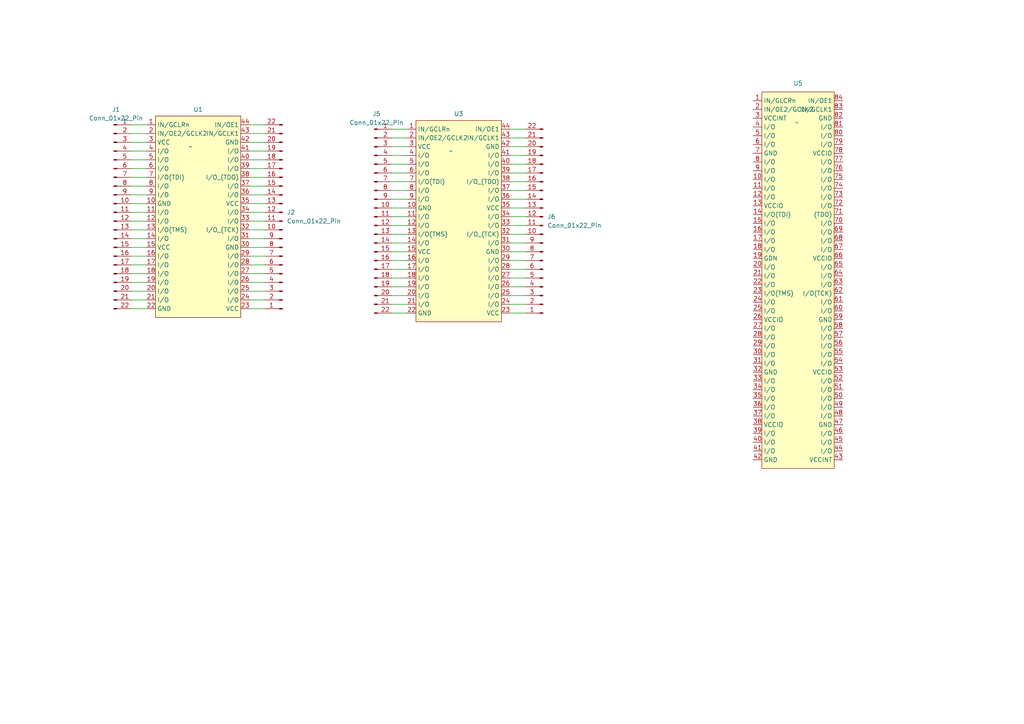
<source format=kicad_sch>
(kicad_sch (version 20230121) (generator eeschema)
  (paper "A4")
  (lib_symbols
    (symbol "Connector:Conn_01x22_Pin" (pin_names (offset 1.016) hide)
      (property "Reference" "J" (at 0 27.94 0))
      (property "Value" "Conn_01x22_Pin" (at 0 -30.48 0))
      (symbol "Conn_01x22_Pin_1_1"
        (polyline (pts (xy 1.27 -27.94) (xy 0.8636 -27.94)) (stroke (width 0.1524)))
        (polyline (pts (xy 1.27 -25.4) (xy 0.8636 -25.4)) (stroke (width 0.1524)))
        (polyline (pts (xy 1.27 -22.86) (xy 0.8636 -22.86)) (stroke (width 0.1524)))
        (polyline (pts (xy 1.27 -20.32) (xy 0.8636 -20.32)) (stroke (width 0.1524)))
        (polyline (pts (xy 1.27 -17.78) (xy 0.8636 -17.78)) (stroke (width 0.1524)))
        (polyline (pts (xy 1.27 -15.24) (xy 0.8636 -15.24)) (stroke (width 0.1524)))
        (polyline (pts (xy 1.27 -12.7) (xy 0.8636 -12.7)) (stroke (width 0.1524)))
        (polyline (pts (xy 1.27 -10.16) (xy 0.8636 -10.16)) (stroke (width 0.1524)))
        (polyline (pts (xy 1.27 -7.62) (xy 0.8636 -7.62)) (stroke (width 0.1524)))
        (polyline (pts (xy 1.27 -5.08) (xy 0.8636 -5.08)) (stroke (width 0.1524)))
        (polyline (pts (xy 1.27 -2.54) (xy 0.8636 -2.54)) (stroke (width 0.1524)))
        (polyline (pts (xy 1.27 0) (xy 0.8636 0)) (stroke (width 0.1524)))
        (polyline (pts (xy 1.27 2.54) (xy 0.8636 2.54)) (stroke (width 0.1524)))
        (polyline (pts (xy 1.27 5.08) (xy 0.8636 5.08)) (stroke (width 0.1524)))
        (polyline (pts (xy 1.27 7.62) (xy 0.8636 7.62)) (stroke (width 0.1524)))
        (polyline (pts (xy 1.27 10.16) (xy 0.8636 10.16)) (stroke (width 0.1524)))
        (polyline (pts (xy 1.27 12.7) (xy 0.8636 12.7)) (stroke (width 0.1524)))
        (polyline (pts (xy 1.27 15.24) (xy 0.8636 15.24)) (stroke (width 0.1524)))
        (polyline (pts (xy 1.27 17.78) (xy 0.8636 17.78)) (stroke (width 0.1524)))
        (polyline (pts (xy 1.27 20.32) (xy 0.8636 20.32)) (stroke (width 0.1524)))
        (polyline (pts (xy 1.27 22.86) (xy 0.8636 22.86)) (stroke (width 0.1524)))
        (polyline (pts (xy 1.27 25.4) (xy 0.8636 25.4)) (stroke (width 0.1524)))
        (rectangle (start 0.8636 -27.813) (end 0 -28.067) (stroke (width 0.1524)) (fill (type outline)))
        (rectangle (start 0.8636 -25.273) (end 0 -25.527) (stroke (width 0.1524)) (fill (type outline)))
        (rectangle (start 0.8636 -22.733) (end 0 -22.987) (stroke (width 0.1524)) (fill (type outline)))
        (rectangle (start 0.8636 -20.193) (end 0 -20.447) (stroke (width 0.1524)) (fill (type outline)))
        (rectangle (start 0.8636 -17.653) (end 0 -17.907) (stroke (width 0.1524)) (fill (type outline)))
        (rectangle (start 0.8636 -15.113) (end 0 -15.367) (stroke (width 0.1524)) (fill (type outline)))
        (rectangle (start 0.8636 -12.573) (end 0 -12.827) (stroke (width 0.1524)) (fill (type outline)))
        (rectangle (start 0.8636 -10.033) (end 0 -10.287) (stroke (width 0.1524)) (fill (type outline)))
        (rectangle (start 0.8636 -7.493) (end 0 -7.747) (stroke (width 0.1524)) (fill (type outline)))
        (rectangle (start 0.8636 -4.953) (end 0 -5.207) (stroke (width 0.1524)) (fill (type outline)))
        (rectangle (start 0.8636 -2.413) (end 0 -2.667) (stroke (width 0.1524)) (fill (type outline)))
        (rectangle (start 0.8636 0.127) (end 0 -0.127) (stroke (width 0.1524)) (fill (type outline)))
        (rectangle (start 0.8636 2.667) (end 0 2.413) (stroke (width 0.1524)) (fill (type outline)))
        (rectangle (start 0.8636 5.207) (end 0 4.953) (stroke (width 0.1524)) (fill (type outline)))
        (rectangle (start 0.8636 7.747) (end 0 7.493) (stroke (width 0.1524)) (fill (type outline)))
        (rectangle (start 0.8636 10.287) (end 0 10.033) (stroke (width 0.1524)) (fill (type outline)))
        (rectangle (start 0.8636 12.827) (end 0 12.573) (stroke (width 0.1524)) (fill (type outline)))
        (rectangle (start 0.8636 15.367) (end 0 15.113) (stroke (width 0.1524)) (fill (type outline)))
        (rectangle (start 0.8636 17.907) (end 0 17.653) (stroke (width 0.1524)) (fill (type outline)))
        (rectangle (start 0.8636 20.447) (end 0 20.193) (stroke (width 0.1524)) (fill (type outline)))
        (rectangle (start 0.8636 22.987) (end 0 22.733) (stroke (width 0.1524)) (fill (type outline)))
        (rectangle (start 0.8636 25.527) (end 0 25.273) (stroke (width 0.1524)) (fill (type outline)))
        (pin passive line (at 5.08 25.4 180) (length 3.81) (name "Pin_1") (number "1"))
        (pin passive line (at 5.08 2.54 180) (length 3.81) (name "Pin_10") (number "10"))
        (pin passive line (at 5.08 0 180) (length 3.81) (name "Pin_11") (number "11"))
        (pin passive line (at 5.08 -2.54 180) (length 3.81) (name "Pin_12") (number "12"))
        (pin passive line (at 5.08 -5.08 180) (length 3.81) (name "Pin_13") (number "13"))
        (pin passive line (at 5.08 -7.62 180) (length 3.81) (name "Pin_14") (number "14"))
        (pin passive line (at 5.08 -10.16 180) (length 3.81) (name "Pin_15") (number "15"))
        (pin passive line (at 5.08 -12.7 180) (length 3.81) (name "Pin_16") (number "16"))
        (pin passive line (at 5.08 -15.24 180) (length 3.81) (name "Pin_17") (number "17"))
        (pin passive line (at 5.08 -17.78 180) (length 3.81) (name "Pin_18") (number "18"))
        (pin passive line (at 5.08 -20.32 180) (length 3.81) (name "Pin_19") (number "19"))
        (pin passive line (at 5.08 22.86 180) (length 3.81) (name "Pin_2") (number "2"))
        (pin passive line (at 5.08 -22.86 180) (length 3.81) (name "Pin_20") (number "20"))
        (pin passive line (at 5.08 -25.4 180) (length 3.81) (name "Pin_21") (number "21"))
        (pin passive line (at 5.08 -27.94 180) (length 3.81) (name "Pin_22") (number "22"))
        (pin passive line (at 5.08 20.32 180) (length 3.81) (name "Pin_3") (number "3"))
        (pin passive line (at 5.08 17.78 180) (length 3.81) (name "Pin_4") (number "4"))
        (pin passive line (at 5.08 15.24 180) (length 3.81) (name "Pin_5") (number "5"))
        (pin passive line (at 5.08 12.7 180) (length 3.81) (name "Pin_6") (number "6"))
        (pin passive line (at 5.08 10.16 180) (length 3.81) (name "Pin_7") (number "7"))
        (pin passive line (at 5.08 7.62 180) (length 3.81) (name "Pin_8") (number "8"))
        (pin passive line (at 5.08 5.08 180) (length 3.81) (name "Pin_9") (number "9"))
      )
    )
    (symbol "dd8_components_library:EPM7064_44"
      (property "Reference" "U" (at 0.635 6.35 0))
      (symbol "EPM7064_44_1_1"
        (rectangle (start -10.16 8.89) (end 14.605 -49.53) (fill (type background)))
        (pin input line (at -12.7 6.35 0) (length 2.54) (name "IN/GCLRn") (number "1"))
        (pin power_in line (at -12.7 -16.51 0) (length 2.54) (name "GND") (number "10"))
        (pin bidirectional line (at -12.7 -19.05 0) (length 2.54) (name "I/O") (number "11"))
        (pin bidirectional line (at -12.7 -21.59 0) (length 2.54) (name "I/O") (number "12"))
        (pin bidirectional line (at -12.7 -24.13 0) (length 2.54) (name "I/O(TMS)") (number "13"))
        (pin bidirectional line (at -12.7 -26.67 0) (length 2.54) (name "I/O") (number "14"))
        (pin power_in line (at -12.7 -29.21 0) (length 2.54) (name "VCC") (number "15"))
        (pin bidirectional line (at -12.7 -31.75 0) (length 2.54) (name "I/O") (number "16"))
        (pin bidirectional line (at -12.7 -34.29 0) (length 2.54) (name "I/O") (number "17"))
        (pin bidirectional line (at -12.7 -36.83 0) (length 2.54) (name "I/O") (number "18"))
        (pin bidirectional line (at -12.7 -39.37 0) (length 2.54) (name "I/O") (number "19"))
        (pin input line (at -12.7 3.81 0) (length 2.54) (name "IN/OE2/GCLK2") (number "2"))
        (pin bidirectional line (at -12.7 -41.91 0) (length 2.54) (name "I/O") (number "20"))
        (pin bidirectional line (at -12.7 -44.45 0) (length 2.54) (name "I/O") (number "21"))
        (pin power_in line (at -12.7 -46.99 0) (length 2.54) (name "GND") (number "22"))
        (pin power_in line (at 17.145 -46.99 180) (length 2.54) (name "VCC") (number "23"))
        (pin bidirectional line (at 17.145 -44.45 180) (length 2.54) (name "I/O") (number "24"))
        (pin bidirectional line (at 17.145 -41.91 180) (length 2.54) (name "I/O") (number "25"))
        (pin bidirectional line (at 17.145 -39.37 180) (length 2.54) (name "I/O") (number "26"))
        (pin bidirectional line (at 17.145 -36.83 180) (length 2.54) (name "I/O") (number "27"))
        (pin bidirectional line (at 17.145 -34.29 180) (length 2.54) (name "I/O") (number "28"))
        (pin bidirectional line (at 17.145 -31.75 180) (length 2.54) (name "I/O") (number "29"))
        (pin power_in line (at -12.7 1.27 0) (length 2.54) (name "VCC") (number "3"))
        (pin power_in line (at 17.145 -29.21 180) (length 2.54) (name "GND") (number "30"))
        (pin bidirectional line (at 17.145 -26.67 180) (length 2.54) (name "I/O") (number "31"))
        (pin bidirectional line (at 17.145 -24.13 180) (length 2.54) (name "I/O_(TCK)") (number "32"))
        (pin bidirectional line (at 17.145 -21.59 180) (length 2.54) (name "I/O") (number "33"))
        (pin bidirectional line (at 17.145 -19.05 180) (length 2.54) (name "I/O") (number "34"))
        (pin power_in line (at 17.145 -16.51 180) (length 2.54) (name "VCC") (number "35"))
        (pin bidirectional line (at 17.145 -13.97 180) (length 2.54) (name "I/O") (number "36"))
        (pin bidirectional line (at 17.145 -11.43 180) (length 2.54) (name "I/O") (number "37"))
        (pin bidirectional line (at 17.145 -8.89 180) (length 2.54) (name "I/O_(TDO)") (number "38"))
        (pin bidirectional line (at 17.145 -6.35 180) (length 2.54) (name "I/O") (number "39"))
        (pin bidirectional line (at -12.7 -1.27 0) (length 2.54) (name "I/O") (number "4"))
        (pin bidirectional line (at 17.145 -3.81 180) (length 2.54) (name "I/O") (number "40"))
        (pin bidirectional line (at 17.145 -1.27 180) (length 2.54) (name "I/O") (number "41"))
        (pin power_in line (at 17.145 1.27 180) (length 2.54) (name "GND") (number "42"))
        (pin input line (at 17.145 3.81 180) (length 2.54) (name "IN/GCLK1") (number "43"))
        (pin input line (at 17.145 6.35 180) (length 2.54) (name "IN/OE1") (number "44"))
        (pin bidirectional line (at -12.7 -3.81 0) (length 2.54) (name "I/O") (number "5"))
        (pin bidirectional line (at -12.7 -6.35 0) (length 2.54) (name "I/O") (number "6"))
        (pin bidirectional line (at -12.7 -8.89 0) (length 2.54) (name "I/O(TDI)") (number "7"))
        (pin bidirectional line (at -12.7 -11.43 0) (length 2.54) (name "I/O") (number "8"))
        (pin bidirectional line (at -12.7 -13.97 0) (length 2.54) (name "I/O") (number "9"))
      )
    )
    (symbol "dd8_components_library:EPM7128_84"
      (property "Reference" "U" (at 0.635 50.8 0))
      (symbol "EPM7128_84_1_1"
        (rectangle (start -10.16 53.34) (end 10.795 -55.88) (fill (type background)))
        (pin input line (at -12.7 50.8 0) (length 2.54) (name "IN/GLCRn") (number "1"))
        (pin bidirectional line (at -12.7 27.94 0) (length 2.54) (name "I/O") (number "10"))
        (pin bidirectional line (at -12.7 25.4 0) (length 2.54) (name "I/O") (number "11"))
        (pin bidirectional line (at -12.7 22.86 0) (length 2.54) (name "I/O") (number "12"))
        (pin power_in line (at -12.7 20.32 0) (length 2.54) (name "VCCIO") (number "13"))
        (pin bidirectional line (at -12.7 17.78 0) (length 2.54) (name "I/O(TDI)") (number "14"))
        (pin bidirectional line (at -12.7 15.24 0) (length 2.54) (name "I/O") (number "15"))
        (pin bidirectional line (at -12.7 12.7 0) (length 2.54) (name "I/O") (number "16"))
        (pin bidirectional line (at -12.7 10.16 0) (length 2.54) (name "I/O") (number "17"))
        (pin bidirectional line (at -12.7 7.62 0) (length 2.54) (name "I/O") (number "18"))
        (pin power_in line (at -12.7 5.08 0) (length 2.54) (name "GDN") (number "19"))
        (pin input line (at -12.7 48.26 0) (length 2.54) (name "IN/OE2/GCLK2") (number "2"))
        (pin bidirectional line (at -12.7 2.54 0) (length 2.54) (name "I/O") (number "20"))
        (pin bidirectional line (at -12.7 0 0) (length 2.54) (name "I/O") (number "21"))
        (pin bidirectional line (at -12.7 -2.54 0) (length 2.54) (name "I/O") (number "22"))
        (pin bidirectional line (at -12.7 -5.08 0) (length 2.54) (name "I/O(TMS)") (number "23"))
        (pin bidirectional line (at -12.7 -7.62 0) (length 2.54) (name "I/O") (number "24"))
        (pin bidirectional line (at -12.7 -10.16 0) (length 2.54) (name "I/O") (number "25"))
        (pin power_in line (at -12.7 -12.7 0) (length 2.54) (name "VCCIO") (number "26"))
        (pin bidirectional line (at -12.7 -15.24 0) (length 2.54) (name "I/O") (number "27"))
        (pin bidirectional line (at -12.7 -17.78 0) (length 2.54) (name "I/O") (number "28"))
        (pin bidirectional line (at -12.7 -20.32 0) (length 2.54) (name "I/O") (number "29"))
        (pin power_in line (at -12.7 45.72 0) (length 2.54) (name "VCCINT") (number "3"))
        (pin bidirectional line (at -12.7 -22.86 0) (length 2.54) (name "I/O") (number "30"))
        (pin bidirectional line (at -12.7 -25.4 0) (length 2.54) (name "I/O") (number "31"))
        (pin power_in line (at -12.7 -27.94 0) (length 2.54) (name "GND") (number "32"))
        (pin bidirectional line (at -12.7 -30.48 0) (length 2.54) (name "I/O") (number "33"))
        (pin bidirectional line (at -12.7 -33.02 0) (length 2.54) (name "I/O") (number "34"))
        (pin bidirectional line (at -12.7 -35.56 0) (length 2.54) (name "I/O") (number "35"))
        (pin bidirectional line (at -12.7 -38.1 0) (length 2.54) (name "I/O") (number "36"))
        (pin bidirectional line (at -12.7 -40.64 0) (length 2.54) (name "I/O") (number "37"))
        (pin power_in line (at -12.7 -43.18 0) (length 2.54) (name "VCCIO") (number "38"))
        (pin bidirectional line (at -12.7 -45.72 0) (length 2.54) (name "I/O") (number "39"))
        (pin bidirectional line (at -12.7 43.18 0) (length 2.54) (name "I/O") (number "4"))
        (pin bidirectional line (at -12.7 -48.26 0) (length 2.54) (name "I/O") (number "40"))
        (pin bidirectional line (at -12.7 -50.8 0) (length 2.54) (name "I/O") (number "41"))
        (pin power_in line (at -12.7 -53.34 0) (length 2.54) (name "GND") (number "42"))
        (pin power_in line (at 13.335 -53.34 180) (length 2.54) (name "VCCINT") (number "43"))
        (pin bidirectional line (at 13.335 -50.8 180) (length 2.54) (name "I/O") (number "44"))
        (pin bidirectional line (at 13.335 -48.26 180) (length 2.54) (name "I/O") (number "45"))
        (pin bidirectional line (at 13.335 -45.72 180) (length 2.54) (name "I/O") (number "46"))
        (pin power_in line (at 13.335 -43.18 180) (length 2.54) (name "GND") (number "47"))
        (pin bidirectional line (at 13.335 -40.64 180) (length 2.54) (name "I/O") (number "48"))
        (pin bidirectional line (at 13.335 -38.1 180) (length 2.54) (name "I/O") (number "49"))
        (pin bidirectional line (at -12.7 40.64 0) (length 2.54) (name "I/O") (number "5"))
        (pin bidirectional line (at 13.335 -35.56 180) (length 2.54) (name "I/O") (number "50"))
        (pin bidirectional line (at 13.335 -33.02 180) (length 2.54) (name "I/O") (number "51"))
        (pin bidirectional line (at 13.335 -30.48 180) (length 2.54) (name "I/O") (number "52"))
        (pin power_in line (at 13.335 -27.94 180) (length 2.54) (name "VCCIO") (number "53"))
        (pin bidirectional line (at 13.335 -25.4 180) (length 2.54) (name "I/O") (number "54"))
        (pin bidirectional line (at 13.335 -22.86 180) (length 2.54) (name "I/O") (number "55"))
        (pin bidirectional line (at 13.335 -20.32 180) (length 2.54) (name "I/O") (number "56"))
        (pin bidirectional line (at 13.335 -17.78 180) (length 2.54) (name "I/O") (number "57"))
        (pin bidirectional line (at 13.335 -15.24 180) (length 2.54) (name "I/O") (number "58"))
        (pin power_in line (at 13.335 -12.7 180) (length 2.54) (name "GND") (number "59"))
        (pin bidirectional line (at -12.7 38.1 0) (length 2.54) (name "I/O") (number "6"))
        (pin bidirectional line (at 13.335 -10.16 180) (length 2.54) (name "I/O") (number "60"))
        (pin bidirectional line (at 13.335 -7.62 180) (length 2.54) (name "I/O") (number "61"))
        (pin bidirectional line (at 13.335 -5.08 180) (length 2.54) (name "I/O(TCK)") (number "62"))
        (pin bidirectional line (at 13.335 -2.54 180) (length 2.54) (name "I/O") (number "63"))
        (pin bidirectional line (at 13.335 0 180) (length 2.54) (name "I/O") (number "64"))
        (pin bidirectional line (at 13.335 2.54 180) (length 2.54) (name "I/O") (number "65"))
        (pin power_in line (at 13.335 5.08 180) (length 2.54) (name "VCCIO") (number "66"))
        (pin bidirectional line (at 13.335 7.62 180) (length 2.54) (name "I/O") (number "67"))
        (pin bidirectional line (at 13.335 10.16 180) (length 2.54) (name "I/O") (number "68"))
        (pin bidirectional line (at 13.335 12.7 180) (length 2.54) (name "I/O") (number "69"))
        (pin power_in line (at -12.7 35.56 0) (length 2.54) (name "GND") (number "7"))
        (pin bidirectional line (at 13.335 15.24 180) (length 2.54) (name "I/O") (number "70"))
        (pin bidirectional line (at 13.335 17.78 180) (length 2.54) (name "(TDO)") (number "71"))
        (pin bidirectional line (at 13.335 20.32 180) (length 2.54) (name "I/O") (number "72"))
        (pin bidirectional line (at 13.335 22.86 180) (length 2.54) (name "I/O") (number "73"))
        (pin bidirectional line (at 13.335 25.4 180) (length 2.54) (name "I/O") (number "74"))
        (pin bidirectional line (at 13.335 27.94 180) (length 2.54) (name "I/O") (number "75"))
        (pin bidirectional line (at 13.335 30.48 180) (length 2.54) (name "I/O") (number "76"))
        (pin bidirectional line (at 13.335 33.02 180) (length 2.54) (name "I/O") (number "77"))
        (pin power_in line (at 13.335 35.56 180) (length 2.54) (name "VCCIO") (number "78"))
        (pin bidirectional line (at 13.335 38.1 180) (length 2.54) (name "I/O") (number "79"))
        (pin bidirectional line (at -12.7 33.02 0) (length 2.54) (name "I/O") (number "8"))
        (pin bidirectional line (at 13.335 40.64 180) (length 2.54) (name "I/O") (number "80"))
        (pin bidirectional line (at 13.335 43.18 180) (length 2.54) (name "I/O") (number "81"))
        (pin power_in line (at 13.335 45.72 180) (length 2.54) (name "GND") (number "82"))
        (pin input line (at 13.335 48.26 180) (length 2.54) (name "IN/GCLK1") (number "83"))
        (pin input line (at 13.335 50.8 180) (length 2.54) (name "IN/OE1") (number "84"))
        (pin bidirectional line (at -12.7 30.48 0) (length 2.54) (name "I/O") (number "9"))
      )
    )
  )
  (wire (pts (xy 72.39 38.735) (xy 76.835 38.735)))
  (wire (pts (xy 147.955 42.545) (xy 152.4 42.545)))
  (wire (pts (xy 147.955 45.085) (xy 152.4 45.085)))
  (wire (pts (xy 38.1 43.815) (xy 42.545 43.815)))
  (wire (pts (xy 72.39 66.675) (xy 76.835 66.675)))
  (wire (pts (xy 72.39 48.895) (xy 76.835 48.895)))
  (wire (pts (xy 113.665 67.945) (xy 118.11 67.945)))
  (wire (pts (xy 147.955 78.105) (xy 152.4 78.105)))
  (wire (pts (xy 113.665 80.645) (xy 118.11 80.645)))
  (wire (pts (xy 113.665 75.565) (xy 118.11 75.565)))
  (wire (pts (xy 113.665 90.805) (xy 118.11 90.805)))
  (wire (pts (xy 72.39 53.975) (xy 76.835 53.975)))
  (wire (pts (xy 38.1 84.455) (xy 42.545 84.455)))
  (wire (pts (xy 72.39 61.595) (xy 76.835 61.595)))
  (wire (pts (xy 38.1 53.975) (xy 42.545 53.975)))
  (wire (pts (xy 113.665 73.025) (xy 118.11 73.025)))
  (wire (pts (xy 147.955 57.785) (xy 152.4 57.785)))
  (wire (pts (xy 72.39 74.295) (xy 76.835 74.295)))
  (wire (pts (xy 38.1 74.295) (xy 42.545 74.295)))
  (wire (pts (xy 113.665 83.185) (xy 118.11 83.185)))
  (wire (pts (xy 38.1 46.355) (xy 42.545 46.355)))
  (wire (pts (xy 147.955 40.005) (xy 152.4 40.005)))
  (wire (pts (xy 113.665 62.865) (xy 118.11 62.865)))
  (wire (pts (xy 72.39 89.535) (xy 76.835 89.535)))
  (wire (pts (xy 113.665 70.485) (xy 118.11 70.485)))
  (wire (pts (xy 38.1 79.375) (xy 42.545 79.375)))
  (wire (pts (xy 113.665 45.085) (xy 118.11 45.085)))
  (wire (pts (xy 147.955 60.325) (xy 152.4 60.325)))
  (wire (pts (xy 72.39 86.995) (xy 76.835 86.995)))
  (wire (pts (xy 147.955 62.865) (xy 152.4 62.865)))
  (wire (pts (xy 38.1 66.675) (xy 42.545 66.675)))
  (wire (pts (xy 72.39 64.135) (xy 76.835 64.135)))
  (wire (pts (xy 72.39 71.755) (xy 76.835 71.755)))
  (wire (pts (xy 72.39 76.835) (xy 76.835 76.835)))
  (wire (pts (xy 38.1 56.515) (xy 42.545 56.515)))
  (wire (pts (xy 113.665 65.405) (xy 118.11 65.405)))
  (wire (pts (xy 147.955 75.565) (xy 152.4 75.565)))
  (wire (pts (xy 72.39 56.515) (xy 76.835 56.515)))
  (wire (pts (xy 72.39 51.435) (xy 76.835 51.435)))
  (wire (pts (xy 72.39 79.375) (xy 76.835 79.375)))
  (wire (pts (xy 38.1 76.835) (xy 42.545 76.835)))
  (wire (pts (xy 38.1 41.275) (xy 42.545 41.275)))
  (wire (pts (xy 72.39 59.055) (xy 76.835 59.055)))
  (wire (pts (xy 113.665 52.705) (xy 118.11 52.705)))
  (wire (pts (xy 113.665 78.105) (xy 118.11 78.105)))
  (wire (pts (xy 38.1 89.535) (xy 42.545 89.535)))
  (wire (pts (xy 113.665 55.245) (xy 118.11 55.245)))
  (wire (pts (xy 72.39 43.815) (xy 76.835 43.815)))
  (wire (pts (xy 147.955 55.245) (xy 152.4 55.245)))
  (wire (pts (xy 72.39 84.455) (xy 76.835 84.455)))
  (wire (pts (xy 113.665 88.265) (xy 118.11 88.265)))
  (wire (pts (xy 113.665 37.465) (xy 118.11 37.465)))
  (wire (pts (xy 113.665 50.165) (xy 118.11 50.165)))
  (wire (pts (xy 72.39 41.275) (xy 76.835 41.275)))
  (wire (pts (xy 147.955 37.465) (xy 152.4 37.465)))
  (wire (pts (xy 147.955 83.185) (xy 152.4 83.185)))
  (wire (pts (xy 147.955 67.945) (xy 152.4 67.945)))
  (wire (pts (xy 72.39 36.195) (xy 76.835 36.195)))
  (wire (pts (xy 147.955 80.645) (xy 152.4 80.645)))
  (wire (pts (xy 38.1 48.895) (xy 42.545 48.895)))
  (wire (pts (xy 38.1 59.055) (xy 42.545 59.055)))
  (wire (pts (xy 147.955 47.625) (xy 152.4 47.625)))
  (wire (pts (xy 113.665 60.325) (xy 118.11 60.325)))
  (wire (pts (xy 147.955 73.025) (xy 152.4 73.025)))
  (wire (pts (xy 147.955 65.405) (xy 152.4 65.405)))
  (wire (pts (xy 147.955 85.725) (xy 152.4 85.725)))
  (wire (pts (xy 72.39 69.215) (xy 76.835 69.215)))
  (wire (pts (xy 113.665 85.725) (xy 118.11 85.725)))
  (wire (pts (xy 113.665 47.625) (xy 118.11 47.625)))
  (wire (pts (xy 38.1 69.215) (xy 42.545 69.215)))
  (wire (pts (xy 38.1 64.135) (xy 42.545 64.135)))
  (wire (pts (xy 38.1 51.435) (xy 42.545 51.435)))
  (wire (pts (xy 147.955 88.265) (xy 152.4 88.265)))
  (wire (pts (xy 113.665 57.785) (xy 118.11 57.785)))
  (wire (pts (xy 72.39 46.355) (xy 76.835 46.355)))
  (wire (pts (xy 113.665 42.545) (xy 118.11 42.545)))
  (wire (pts (xy 113.665 40.005) (xy 118.11 40.005)))
  (wire (pts (xy 38.1 38.735) (xy 42.545 38.735)))
  (wire (pts (xy 147.955 70.485) (xy 152.4 70.485)))
  (wire (pts (xy 38.1 61.595) (xy 42.545 61.595)))
  (wire (pts (xy 72.39 81.915) (xy 76.835 81.915)))
  (wire (pts (xy 38.1 36.195) (xy 42.545 36.195)))
  (wire (pts (xy 38.1 86.995) (xy 42.545 86.995)))
  (wire (pts (xy 147.955 52.705) (xy 152.4 52.705)))
  (wire (pts (xy 147.955 50.165) (xy 152.4 50.165)))
  (wire (pts (xy 38.1 71.755) (xy 42.545 71.755)))
  (wire (pts (xy 38.1 81.915) (xy 42.545 81.915)))
  (wire (pts (xy 147.955 90.805) (xy 152.4 90.805)))
  (symbol (lib_id "dd8_components_library:EPM7128_84") (at 231.14 80.01 0) (unit 1)
    (property "Reference" "U5" (at 231.4575 24.13 0))
    (property "Value" "~" (at 231.14 35.56 0))
    (property "Footprint" "Package_LCC:PLCC-84_THT-Socket" (effects hide))
  )
  (symbol (lib_id "Connector:Conn_01x22_Pin") (at 81.915 64.135 180) (unit 1)
    (property "Reference" "J2" (at 83.185 61.595 0) (effects (justify right)))
    (property "Value" "Conn_01x22_Pin" (at 83.185 64.135 0) (effects (justify right)))
    (property "Footprint" "Connector_PinHeader_2.54mm:PinHeader_1x22_P2.54mm_Vertical" (effects hide))
  )
  (symbol (lib_id "Connector:Conn_01x22_Pin") (at 108.585 62.865 0) (unit 1)
    (property "Reference" "J5" (at 109.22 33.02 0))
    (property "Value" "Conn_01x22_Pin" (at 109.22 35.56 0))
    (property "Footprint" "Connector_PinHeader_2.54mm:PinHeader_1x22_P2.54mm_Vertical" (effects hide))
  )
  (symbol (lib_id "Connector:Conn_01x22_Pin") (at 33.02 61.595 0) (unit 1)
    (property "Reference" "J1" (at 33.655 31.75 0))
    (property "Value" "Conn_01x22_Pin" (at 33.655 34.29 0))
    (property "Footprint" "Connector_PinHeader_2.54mm:PinHeader_1x22_P2.54mm_Vertical" (effects hide))
  )
  (symbol (lib_id "dd8_components_library:EPM7064_44") (at 55.245 42.545 0) (unit 1)
    (property "Reference" "U1" (at 57.4675 31.75 0))
    (property "Value" "~" (at 55.245 42.545 0))
    (property "Footprint" "Package_LCC:PLCC-44_THT-Socket" (effects hide))
  )
  (symbol (lib_id "dd8_components_library:EPM7064_44") (at 130.81 43.815 0) (unit 1)
    (property "Reference" "U3" (at 133.0325 33.02 0))
    (property "Value" "~" (at 130.81 43.815 0))
    (property "Footprint" "Package_LCC:PLCC-44_THT-Socket" (effects hide))
  )
  (symbol (lib_id "Connector:Conn_01x22_Pin") (at 157.48 65.405 180) (unit 1)
    (property "Reference" "J6" (at 158.75 62.865 0) (effects (justify right)))
    (property "Value" "Conn_01x22_Pin" (at 158.75 65.405 0) (effects (justify right)))
    (property "Footprint" "Connector_PinHeader_2.54mm:PinHeader_1x22_P2.54mm_Vertical" (effects hide))
  )
)
</source>
